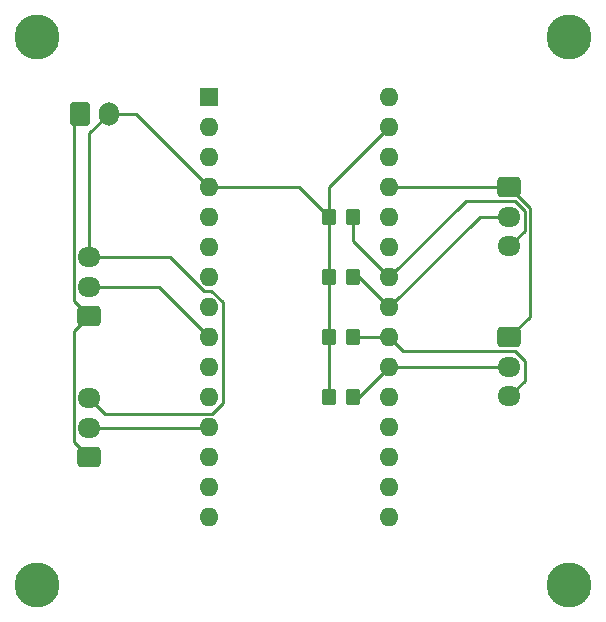
<source format=gtl>
%TF.GenerationSoftware,KiCad,Pcbnew,(6.0.4-0)*%
%TF.CreationDate,2022-04-12T17:33:19+02:00*%
%TF.ProjectId,Raptor_Gripper_Board,52617074-6f72-45f4-9772-69707065725f,rev?*%
%TF.SameCoordinates,Original*%
%TF.FileFunction,Copper,L1,Top*%
%TF.FilePolarity,Positive*%
%FSLAX46Y46*%
G04 Gerber Fmt 4.6, Leading zero omitted, Abs format (unit mm)*
G04 Created by KiCad (PCBNEW (6.0.4-0)) date 2022-04-12 17:33:19*
%MOMM*%
%LPD*%
G01*
G04 APERTURE LIST*
G04 Aperture macros list*
%AMRoundRect*
0 Rectangle with rounded corners*
0 $1 Rounding radius*
0 $2 $3 $4 $5 $6 $7 $8 $9 X,Y pos of 4 corners*
0 Add a 4 corners polygon primitive as box body*
4,1,4,$2,$3,$4,$5,$6,$7,$8,$9,$2,$3,0*
0 Add four circle primitives for the rounded corners*
1,1,$1+$1,$2,$3*
1,1,$1+$1,$4,$5*
1,1,$1+$1,$6,$7*
1,1,$1+$1,$8,$9*
0 Add four rect primitives between the rounded corners*
20,1,$1+$1,$2,$3,$4,$5,0*
20,1,$1+$1,$4,$5,$6,$7,0*
20,1,$1+$1,$6,$7,$8,$9,0*
20,1,$1+$1,$8,$9,$2,$3,0*%
G04 Aperture macros list end*
%TA.AperFunction,ConnectorPad*%
%ADD10C,3.800000*%
%TD*%
%TA.AperFunction,ComponentPad*%
%ADD11C,2.600000*%
%TD*%
%TA.AperFunction,SMDPad,CuDef*%
%ADD12RoundRect,0.250000X0.350000X0.450000X-0.350000X0.450000X-0.350000X-0.450000X0.350000X-0.450000X0*%
%TD*%
%TA.AperFunction,ComponentPad*%
%ADD13RoundRect,0.250000X0.725000X-0.600000X0.725000X0.600000X-0.725000X0.600000X-0.725000X-0.600000X0*%
%TD*%
%TA.AperFunction,ComponentPad*%
%ADD14O,1.950000X1.700000*%
%TD*%
%TA.AperFunction,ComponentPad*%
%ADD15RoundRect,0.250000X-0.725000X0.600000X-0.725000X-0.600000X0.725000X-0.600000X0.725000X0.600000X0*%
%TD*%
%TA.AperFunction,ComponentPad*%
%ADD16RoundRect,0.250000X-0.600000X-0.750000X0.600000X-0.750000X0.600000X0.750000X-0.600000X0.750000X0*%
%TD*%
%TA.AperFunction,ComponentPad*%
%ADD17O,1.700000X2.000000*%
%TD*%
%TA.AperFunction,ComponentPad*%
%ADD18O,1.600000X1.600000*%
%TD*%
%TA.AperFunction,ComponentPad*%
%ADD19R,1.600000X1.600000*%
%TD*%
%TA.AperFunction,Conductor*%
%ADD20C,0.250000*%
%TD*%
G04 APERTURE END LIST*
D10*
%TO.P,H3,1*%
%TO.N,N/C*%
X79375000Y-45720000D03*
D11*
X79375000Y-45720000D03*
%TD*%
%TO.P,H2,1*%
%TO.N,N/C*%
X124460000Y-45720000D03*
D10*
X124460000Y-45720000D03*
%TD*%
%TO.P,H1,1*%
%TO.N,N/C*%
X124460000Y-92075000D03*
D11*
X124460000Y-92075000D03*
%TD*%
D10*
%TO.P,H0,1*%
%TO.N,N/C*%
X79375000Y-92075000D03*
D11*
X79375000Y-92075000D03*
%TD*%
D12*
%TO.P,R4,1*%
%TO.N,Net-(J2-Pad2)*%
X106140000Y-76200000D03*
%TO.P,R4,2*%
%TO.N,Net-(J4-Pad3)*%
X104140000Y-76200000D03*
%TD*%
%TO.P,R3,2*%
%TO.N,Net-(J4-Pad3)*%
X104140000Y-71120000D03*
%TO.P,R3,1*%
%TO.N,Net-(J2-Pad3)*%
X106140000Y-71120000D03*
%TD*%
%TO.P,R2,2*%
%TO.N,Net-(J4-Pad3)*%
X104140000Y-66040000D03*
%TO.P,R2,1*%
%TO.N,Net-(J3-Pad2)*%
X106140000Y-66040000D03*
%TD*%
%TO.P,R1,1*%
%TO.N,Net-(J3-Pad3)*%
X106140000Y-60960000D03*
%TO.P,R1,2*%
%TO.N,Net-(J4-Pad3)*%
X104140000Y-60960000D03*
%TD*%
D13*
%TO.P,J5,1,Pin_1*%
%TO.N,Net-(J5-Pad1)*%
X83820000Y-81280000D03*
D14*
%TO.P,J5,2,Pin_2*%
%TO.N,Net-(J5-Pad2)*%
X83820000Y-78780000D03*
%TO.P,J5,3,Pin_3*%
%TO.N,Net-(J4-Pad3)*%
X83820000Y-76280000D03*
%TD*%
%TO.P,J4,3,Pin_3*%
%TO.N,Net-(J4-Pad3)*%
X83820000Y-64330000D03*
%TO.P,J4,2,Pin_2*%
%TO.N,Net-(J4-Pad2)*%
X83820000Y-66830000D03*
D13*
%TO.P,J4,1,Pin_1*%
%TO.N,Net-(J5-Pad1)*%
X83820000Y-69330000D03*
%TD*%
D14*
%TO.P,J3,3,Pin_3*%
%TO.N,Net-(J3-Pad3)*%
X119380000Y-63420000D03*
%TO.P,J3,2,Pin_2*%
%TO.N,Net-(J3-Pad2)*%
X119380000Y-60920000D03*
D15*
%TO.P,J3,1,Pin_1*%
%TO.N,Net-(J2-Pad1)*%
X119380000Y-58420000D03*
%TD*%
D14*
%TO.P,J2,3,Pin_3*%
%TO.N,Net-(J2-Pad3)*%
X119380000Y-76120000D03*
%TO.P,J2,2,Pin_2*%
%TO.N,Net-(J2-Pad2)*%
X119380000Y-73620000D03*
D15*
%TO.P,J2,1,Pin_1*%
%TO.N,Net-(J2-Pad1)*%
X119380000Y-71120000D03*
%TD*%
D16*
%TO.P,J1,1,Pin_1*%
%TO.N,Net-(J5-Pad1)*%
X82990000Y-52190000D03*
D17*
%TO.P,J1,2,Pin_2*%
%TO.N,Net-(J4-Pad3)*%
X85490000Y-52190000D03*
%TD*%
D18*
%TO.P,A0,30,VIN*%
%TO.N,unconnected-(A0-Pad30)*%
X109220000Y-50800000D03*
%TO.P,A0,29,GND*%
%TO.N,Net-(J4-Pad3)*%
X109220000Y-53340000D03*
%TO.P,A0,28,~{RESET}*%
%TO.N,unconnected-(A0-Pad28)*%
X109220000Y-55880000D03*
%TO.P,A0,27,+5V*%
%TO.N,Net-(J2-Pad1)*%
X109220000Y-58420000D03*
%TO.P,A0,26,A7*%
%TO.N,unconnected-(A0-Pad26)*%
X109220000Y-60960000D03*
%TO.P,A0,25,A6*%
%TO.N,unconnected-(A0-Pad25)*%
X109220000Y-63500000D03*
%TO.P,A0,24,SCL/A5*%
%TO.N,Net-(J3-Pad3)*%
X109220000Y-66040000D03*
%TO.P,A0,23,SDA/A4*%
%TO.N,Net-(J3-Pad2)*%
X109220000Y-68580000D03*
%TO.P,A0,22,A3*%
%TO.N,Net-(J2-Pad3)*%
X109220000Y-71120000D03*
%TO.P,A0,21,A2*%
%TO.N,Net-(J2-Pad2)*%
X109220000Y-73660000D03*
%TO.P,A0,20,A1*%
%TO.N,unconnected-(A0-Pad20)*%
X109220000Y-76200000D03*
%TO.P,A0,19,A0*%
%TO.N,unconnected-(A0-Pad19)*%
X109220000Y-78740000D03*
%TO.P,A0,18,AREF*%
%TO.N,unconnected-(A0-Pad18)*%
X109220000Y-81280000D03*
%TO.P,A0,17,3V3*%
%TO.N,unconnected-(A0-Pad17)*%
X109220000Y-83820000D03*
%TO.P,A0,16,SCK*%
%TO.N,unconnected-(A0-Pad16)*%
X109220000Y-86360000D03*
%TO.P,A0,15,MISO*%
%TO.N,unconnected-(A0-Pad15)*%
X93980000Y-86360000D03*
%TO.P,A0,14,MOSI*%
%TO.N,unconnected-(A0-Pad14)*%
X93980000Y-83820000D03*
%TO.P,A0,13,D10*%
%TO.N,unconnected-(A0-Pad13)*%
X93980000Y-81280000D03*
%TO.P,A0,12,D9*%
%TO.N,Net-(J5-Pad2)*%
X93980000Y-78740000D03*
%TO.P,A0,11,D8*%
%TO.N,unconnected-(A0-Pad11)*%
X93980000Y-76200000D03*
%TO.P,A0,10,D7*%
%TO.N,unconnected-(A0-Pad10)*%
X93980000Y-73660000D03*
%TO.P,A0,9,D6*%
%TO.N,Net-(J4-Pad2)*%
X93980000Y-71120000D03*
%TO.P,A0,8,D5*%
%TO.N,unconnected-(A0-Pad8)*%
X93980000Y-68580000D03*
%TO.P,A0,7,D4*%
%TO.N,unconnected-(A0-Pad7)*%
X93980000Y-66040000D03*
%TO.P,A0,6,D3*%
%TO.N,unconnected-(A0-Pad6)*%
X93980000Y-63500000D03*
%TO.P,A0,5,D2*%
%TO.N,unconnected-(A0-Pad5)*%
X93980000Y-60960000D03*
%TO.P,A0,4,GND*%
%TO.N,Net-(J4-Pad3)*%
X93980000Y-58420000D03*
%TO.P,A0,3,~{RESET}*%
%TO.N,unconnected-(A0-Pad3)*%
X93980000Y-55880000D03*
%TO.P,A0,2,RX1*%
%TO.N,unconnected-(A0-Pad2)*%
X93980000Y-53340000D03*
D19*
%TO.P,A0,1,TX1*%
%TO.N,unconnected-(A0-Pad1)*%
X93980000Y-50800000D03*
%TD*%
D20*
%TO.N,Net-(J2-Pad1)*%
X119380000Y-58420000D02*
X121129040Y-60169040D01*
X121129040Y-69370960D02*
X119380000Y-71120000D01*
X121129040Y-60169040D02*
X121129040Y-69370960D01*
%TO.N,Net-(J2-Pad3)*%
X119380000Y-76120000D02*
X120679520Y-74820480D01*
X120679520Y-73133498D02*
X119840542Y-72294520D01*
X120679520Y-74820480D02*
X120679520Y-73133498D01*
X119840542Y-72294520D02*
X110394520Y-72294520D01*
X110394520Y-72294520D02*
X109220000Y-71120000D01*
%TO.N,Net-(J2-Pad2)*%
X119380000Y-73620000D02*
X109260000Y-73620000D01*
X109260000Y-73620000D02*
X109220000Y-73660000D01*
%TO.N,Net-(J3-Pad3)*%
X119380000Y-63420000D02*
X120679520Y-62120480D01*
X120679520Y-62120480D02*
X120679520Y-60433498D01*
X120679520Y-60433498D02*
X119840542Y-59594520D01*
X119840542Y-59594520D02*
X115665480Y-59594520D01*
X115665480Y-59594520D02*
X109220000Y-66040000D01*
%TO.N,Net-(J3-Pad2)*%
X119380000Y-60920000D02*
X116880000Y-60920000D01*
X116880000Y-60920000D02*
X109220000Y-68580000D01*
%TO.N,Net-(J2-Pad1)*%
X109220000Y-58420000D02*
X119380000Y-58420000D01*
%TO.N,Net-(J4-Pad3)*%
X104140000Y-60960000D02*
X101600000Y-58420000D01*
X101600000Y-58420000D02*
X93980000Y-58420000D01*
X83820000Y-64330000D02*
X90679700Y-64330000D01*
X90679700Y-64330000D02*
X93514211Y-67164511D01*
X93514211Y-67164511D02*
X94154811Y-67164511D01*
X94154811Y-67164511D02*
X95104511Y-68114211D01*
X95104511Y-68114211D02*
X95104511Y-76665789D01*
X95104511Y-76665789D02*
X94164820Y-77605480D01*
X94164820Y-77605480D02*
X85145480Y-77605480D01*
X85145480Y-77605480D02*
X83820000Y-76280000D01*
%TO.N,Net-(J5-Pad1)*%
X83820000Y-69330000D02*
X82520480Y-70629520D01*
X82520480Y-79980480D02*
X83820000Y-81280000D01*
X82520480Y-70629520D02*
X82520480Y-79980480D01*
%TO.N,Net-(J4-Pad3)*%
X83820000Y-64330000D02*
X83820000Y-53860000D01*
X83820000Y-53860000D02*
X85490000Y-52190000D01*
%TO.N,Net-(J4-Pad2)*%
X83820000Y-66830000D02*
X89690000Y-66830000D01*
X89690000Y-66830000D02*
X93980000Y-71120000D01*
%TO.N,Net-(J5-Pad2)*%
X83820000Y-78780000D02*
X93940000Y-78780000D01*
X93940000Y-78780000D02*
X93980000Y-78740000D01*
%TO.N,Net-(J5-Pad1)*%
X82990000Y-52190000D02*
X82520480Y-52659520D01*
X82520480Y-52659520D02*
X82520480Y-68030480D01*
X82520480Y-68030480D02*
X83820000Y-69330000D01*
%TO.N,Net-(J4-Pad3)*%
X85490000Y-52190000D02*
X87750000Y-52190000D01*
X87750000Y-52190000D02*
X93980000Y-58420000D01*
X104140000Y-60960000D02*
X104140000Y-58420000D01*
X104140000Y-58420000D02*
X109220000Y-53340000D01*
X104140000Y-60960000D02*
X104140000Y-66040000D01*
X104140000Y-71120000D02*
X104140000Y-66040000D01*
X104140000Y-76200000D02*
X104140000Y-71120000D01*
%TO.N,Net-(J2-Pad2)*%
X106140000Y-76200000D02*
X106680000Y-76200000D01*
X106680000Y-76200000D02*
X109220000Y-73660000D01*
%TO.N,Net-(J2-Pad3)*%
X106140000Y-71120000D02*
X109220000Y-71120000D01*
%TO.N,Net-(J3-Pad2)*%
X106140000Y-66040000D02*
X106680000Y-66040000D01*
X106680000Y-66040000D02*
X109220000Y-68580000D01*
%TO.N,Net-(J3-Pad3)*%
X106140000Y-60960000D02*
X106140000Y-62960000D01*
X106140000Y-62960000D02*
X109220000Y-66040000D01*
%TD*%
M02*

</source>
